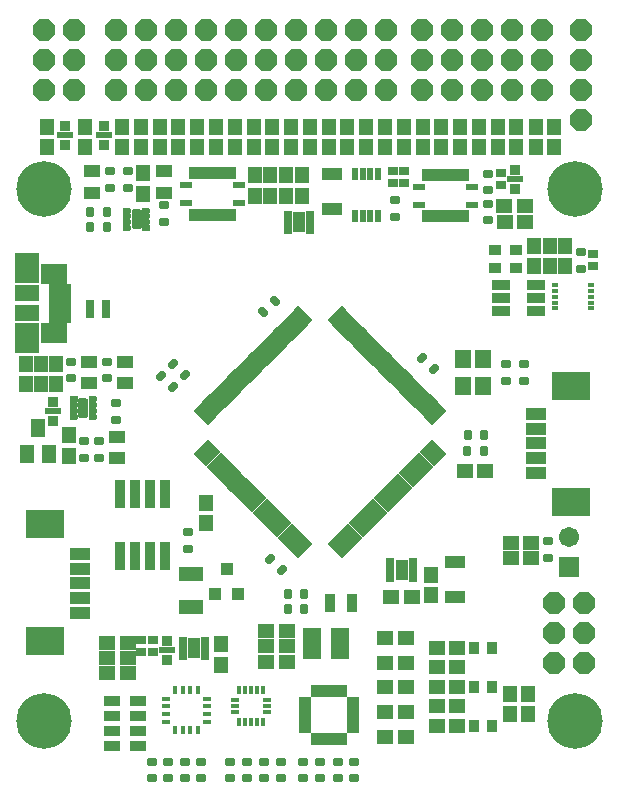
<source format=gts>
%FSLAX25Y25*%
%MOIN*%
G70*
G01*
G75*
G04 Layer_Color=8388736*
%ADD10C,0.01000*%
%ADD11C,0.02000*%
%ADD12C,0.01300*%
%ADD13C,0.01200*%
%ADD14C,0.01500*%
%ADD15C,0.03000*%
%ADD16C,0.02500*%
%ADD17R,0.06700X0.01800*%
%ADD18R,0.08300X0.05900*%
%ADD19R,0.07500X0.09400*%
%ADD20R,0.07500X0.04700*%
%ADD21R,0.05118X0.02756*%
G04:AMPARAMS|DCode=22|XSize=24mil|YSize=36mil|CornerRadius=6mil|HoleSize=0mil|Usage=FLASHONLY|Rotation=270.000|XOffset=0mil|YOffset=0mil|HoleType=Round|Shape=RoundedRectangle|*
%AMROUNDEDRECTD22*
21,1,0.02400,0.02400,0,0,270.0*
21,1,0.01200,0.03600,0,0,270.0*
1,1,0.01200,-0.01200,-0.00600*
1,1,0.01200,-0.01200,0.00600*
1,1,0.01200,0.01200,0.00600*
1,1,0.01200,0.01200,-0.00600*
%
%ADD22ROUNDEDRECTD22*%
%ADD23R,0.04400X0.02400*%
G04:AMPARAMS|DCode=24|XSize=24mil|YSize=36mil|CornerRadius=6mil|HoleSize=0mil|Usage=FLASHONLY|Rotation=180.000|XOffset=0mil|YOffset=0mil|HoleType=Round|Shape=RoundedRectangle|*
%AMROUNDEDRECTD24*
21,1,0.02400,0.02400,0,0,180.0*
21,1,0.01200,0.03600,0,0,180.0*
1,1,0.01200,-0.00600,0.01200*
1,1,0.01200,0.00600,0.01200*
1,1,0.01200,0.00600,-0.01200*
1,1,0.01200,-0.00600,-0.01200*
%
%ADD24ROUNDEDRECTD24*%
%ADD25R,0.01200X0.03200*%
%ADD26R,0.03200X0.01200*%
%ADD27R,0.04400X0.04000*%
%ADD28R,0.04000X0.04400*%
G04:AMPARAMS|DCode=29|XSize=24mil|YSize=36mil|CornerRadius=6mil|HoleSize=0mil|Usage=FLASHONLY|Rotation=135.000|XOffset=0mil|YOffset=0mil|HoleType=Round|Shape=RoundedRectangle|*
%AMROUNDEDRECTD29*
21,1,0.02400,0.02400,0,0,135.0*
21,1,0.01200,0.03600,0,0,135.0*
1,1,0.01200,0.00424,0.01273*
1,1,0.01200,0.01273,0.00424*
1,1,0.01200,-0.00424,-0.01273*
1,1,0.01200,-0.01273,-0.00424*
%
%ADD29ROUNDEDRECTD29*%
%ADD30R,0.02400X0.02000*%
%ADD31R,0.04800X0.03200*%
%ADD32R,0.01600X0.01600*%
%ADD33R,0.02400X0.02400*%
%ADD34R,0.06300X0.03600*%
%ADD35R,0.03600X0.06300*%
%ADD36R,0.02000X0.01200*%
%ADD37R,0.07100X0.04000*%
%ADD38R,0.03200X0.03600*%
G04:AMPARAMS|DCode=39|XSize=28mil|YSize=56mil|CornerRadius=5.6mil|HoleSize=0mil|Usage=FLASHONLY|Rotation=0.000|XOffset=0mil|YOffset=0mil|HoleType=Round|Shape=RoundedRectangle|*
%AMROUNDEDRECTD39*
21,1,0.02800,0.04480,0,0,0.0*
21,1,0.01680,0.05600,0,0,0.0*
1,1,0.01120,0.00840,-0.02240*
1,1,0.01120,-0.00840,-0.02240*
1,1,0.01120,-0.00840,0.02240*
1,1,0.01120,0.00840,0.02240*
%
%ADD39ROUNDEDRECTD39*%
G04:AMPARAMS|DCode=40|XSize=20mil|YSize=12mil|CornerRadius=2.4mil|HoleSize=0mil|Usage=FLASHONLY|Rotation=0.000|XOffset=0mil|YOffset=0mil|HoleType=Round|Shape=RoundedRectangle|*
%AMROUNDEDRECTD40*
21,1,0.02000,0.00720,0,0,0.0*
21,1,0.01520,0.01200,0,0,0.0*
1,1,0.00480,0.00760,-0.00360*
1,1,0.00480,-0.00760,-0.00360*
1,1,0.00480,-0.00760,0.00360*
1,1,0.00480,0.00760,0.00360*
%
%ADD40ROUNDEDRECTD40*%
%ADD41R,0.02000X0.01200*%
G04:AMPARAMS|DCode=42|XSize=24mil|YSize=36mil|CornerRadius=6mil|HoleSize=0mil|Usage=FLASHONLY|Rotation=225.000|XOffset=0mil|YOffset=0mil|HoleType=Round|Shape=RoundedRectangle|*
%AMROUNDEDRECTD42*
21,1,0.02400,0.02400,0,0,225.0*
21,1,0.01200,0.03600,0,0,225.0*
1,1,0.01200,-0.01273,0.00424*
1,1,0.01200,-0.00424,0.01273*
1,1,0.01200,0.01273,-0.00424*
1,1,0.01200,0.00424,-0.01273*
%
%ADD42ROUNDEDRECTD42*%
%ADD43R,0.01800X0.01200*%
%ADD44R,0.02400X0.03600*%
%ADD45R,0.04000X0.05600*%
%ADD46R,0.01200X0.02600*%
%ADD47R,0.02600X0.01200*%
%ADD48R,0.02800X0.05200*%
G04:AMPARAMS|DCode=49|XSize=60mil|YSize=12mil|CornerRadius=0mil|HoleSize=0mil|Usage=FLASHONLY|Rotation=225.000|XOffset=0mil|YOffset=0mil|HoleType=Round|Shape=Rectangle|*
%AMROTATEDRECTD49*
4,1,4,0.01697,0.02546,0.02546,0.01697,-0.01697,-0.02546,-0.02546,-0.01697,0.01697,0.02546,0.0*
%
%ADD49ROTATEDRECTD49*%

G04:AMPARAMS|DCode=50|XSize=12mil|YSize=60mil|CornerRadius=0mil|HoleSize=0mil|Usage=FLASHONLY|Rotation=225.000|XOffset=0mil|YOffset=0mil|HoleType=Round|Shape=Rectangle|*
%AMROTATEDRECTD50*
4,1,4,-0.01697,0.02546,0.02546,-0.01697,0.01697,-0.02546,-0.02546,0.01697,-0.01697,0.02546,0.0*
%
%ADD50ROTATEDRECTD50*%

G04:AMPARAMS|DCode=51|XSize=12mil|YSize=59.06mil|CornerRadius=0mil|HoleSize=0mil|Usage=FLASHONLY|Rotation=225.000|XOffset=0mil|YOffset=0mil|HoleType=Round|Shape=Rectangle|*
%AMROTATEDRECTD51*
4,1,4,-0.01664,0.02512,0.02512,-0.01664,0.01664,-0.02512,-0.02512,0.01664,-0.01664,0.02512,0.0*
%
%ADD51ROTATEDRECTD51*%

%ADD52R,0.06299X0.03150*%
%ADD53R,0.12205X0.08661*%
%ADD54R,0.05200X0.01700*%
%ADD55R,0.02400X0.08700*%
%ADD56R,0.01400X0.03400*%
%ADD57R,0.01200X0.03400*%
%ADD58R,0.03400X0.01200*%
%ADD59R,0.03600X0.02400*%
%ADD60R,0.01575X0.00984*%
%ADD61R,0.04800X0.05600*%
%ADD62C,0.01800*%
%ADD63C,0.05000*%
%ADD64R,0.07400X0.02047*%
%ADD65R,0.03900X0.03500*%
%ADD66R,0.07300X0.04400*%
%ADD67P,0.07036X8X22.5*%
%ADD68C,0.17716*%
%ADD69R,0.01800X0.01800*%
%ADD70R,0.05906X0.05906*%
%ADD71C,0.05906*%
%ADD72P,0.07036X8X112.5*%
%ADD73C,0.02000*%
%ADD74C,0.02200*%
%ADD75C,0.02500*%
%ADD76C,0.04000*%
%ADD77C,0.02300*%
%ADD78C,0.03000*%
%ADD79C,0.04000*%
G04:AMPARAMS|DCode=80|XSize=40mil|YSize=40mil|CornerRadius=20mil|HoleSize=0mil|Usage=FLASHONLY|Rotation=0.000|XOffset=0mil|YOffset=0mil|HoleType=Round|Shape=RoundedRectangle|*
%AMROUNDEDRECTD80*
21,1,0.04000,0.00000,0,0,0.0*
21,1,0.00000,0.04000,0,0,0.0*
1,1,0.04000,0.00000,0.00000*
1,1,0.04000,0.00000,0.00000*
1,1,0.04000,0.00000,0.00000*
1,1,0.04000,0.00000,0.00000*
%
%ADD80ROUNDEDRECTD80*%
G04:AMPARAMS|DCode=81|XSize=40mil|YSize=40mil|CornerRadius=20mil|HoleSize=0mil|Usage=FLASHONLY|Rotation=270.000|XOffset=0mil|YOffset=0mil|HoleType=Round|Shape=RoundedRectangle|*
%AMROUNDEDRECTD81*
21,1,0.04000,0.00000,0,0,270.0*
21,1,0.00000,0.04000,0,0,270.0*
1,1,0.04000,0.00000,0.00000*
1,1,0.04000,0.00000,0.00000*
1,1,0.04000,0.00000,0.00000*
1,1,0.04000,0.00000,0.00000*
%
%ADD81ROUNDEDRECTD81*%
%ADD82R,0.02362X0.09843*%
%ADD83R,0.02400X0.03200*%
%ADD84R,0.03600X0.06300*%
%ADD85R,0.01400X0.07800*%
%ADD86R,0.05600X0.07500*%
%ADD87R,0.07100X0.05600*%
%ADD88R,0.03200X0.06000*%
%ADD89C,0.03500*%
%ADD90C,0.00400*%
%ADD91C,0.00600*%
%ADD92C,0.00800*%
%ADD93C,0.00500*%
%ADD94C,0.00984*%
%ADD95C,0.06300*%
%ADD96C,0.00787*%
%ADD97C,0.00591*%
%ADD98C,0.00700*%
%ADD99R,0.01800X0.03000*%
%ADD100R,0.03000X0.01800*%
%ADD101R,0.02376X0.04559*%
%ADD102C,0.03937*%
%ADD103R,0.07500X0.02600*%
%ADD104R,0.09100X0.06700*%
%ADD105R,0.08300X0.10200*%
%ADD106R,0.08300X0.05500*%
%ADD107R,0.05918X0.03556*%
%ADD108R,0.05200X0.03200*%
%ADD109R,0.02000X0.04000*%
%ADD110R,0.04000X0.02000*%
%ADD111R,0.05200X0.04800*%
%ADD112R,0.04800X0.05200*%
%ADD113R,0.03200X0.02800*%
%ADD114R,0.05600X0.04000*%
%ADD115R,0.03200X0.03200*%
%ADD116R,0.07100X0.04400*%
%ADD117R,0.04400X0.07100*%
%ADD118R,0.02800X0.02000*%
%ADD119R,0.07900X0.04800*%
%ADD120R,0.04000X0.04400*%
G04:AMPARAMS|DCode=121|XSize=36mil|YSize=64mil|CornerRadius=7.2mil|HoleSize=0mil|Usage=FLASHONLY|Rotation=0.000|XOffset=0mil|YOffset=0mil|HoleType=Round|Shape=RoundedRectangle|*
%AMROUNDEDRECTD121*
21,1,0.03600,0.04960,0,0,0.0*
21,1,0.02160,0.06400,0,0,0.0*
1,1,0.01440,0.01080,-0.02480*
1,1,0.01440,-0.01080,-0.02480*
1,1,0.01440,-0.01080,0.02480*
1,1,0.01440,0.01080,0.02480*
%
%ADD121ROUNDEDRECTD121*%
G04:AMPARAMS|DCode=122|XSize=28mil|YSize=20mil|CornerRadius=4mil|HoleSize=0mil|Usage=FLASHONLY|Rotation=0.000|XOffset=0mil|YOffset=0mil|HoleType=Round|Shape=RoundedRectangle|*
%AMROUNDEDRECTD122*
21,1,0.02800,0.01200,0,0,0.0*
21,1,0.02000,0.02000,0,0,0.0*
1,1,0.00800,0.01000,-0.00600*
1,1,0.00800,-0.01000,-0.00600*
1,1,0.00800,-0.01000,0.00600*
1,1,0.00800,0.01000,0.00600*
%
%ADD122ROUNDEDRECTD122*%
%ADD123R,0.02800X0.02000*%
%ADD124R,0.02600X0.02000*%
%ADD125R,0.03200X0.04400*%
%ADD126R,0.04800X0.06400*%
%ADD127R,0.03600X0.06000*%
G04:AMPARAMS|DCode=128|XSize=68mil|YSize=20mil|CornerRadius=0mil|HoleSize=0mil|Usage=FLASHONLY|Rotation=225.000|XOffset=0mil|YOffset=0mil|HoleType=Round|Shape=Rectangle|*
%AMROTATEDRECTD128*
4,1,4,0.01697,0.03111,0.03111,0.01697,-0.01697,-0.03111,-0.03111,-0.01697,0.01697,0.03111,0.0*
%
%ADD128ROTATEDRECTD128*%

G04:AMPARAMS|DCode=129|XSize=20mil|YSize=68mil|CornerRadius=0mil|HoleSize=0mil|Usage=FLASHONLY|Rotation=225.000|XOffset=0mil|YOffset=0mil|HoleType=Round|Shape=Rectangle|*
%AMROTATEDRECTD129*
4,1,4,-0.01697,0.03111,0.03111,-0.01697,0.01697,-0.03111,-0.03111,0.01697,-0.01697,0.03111,0.0*
%
%ADD129ROTATEDRECTD129*%

G04:AMPARAMS|DCode=130|XSize=20mil|YSize=67.06mil|CornerRadius=0mil|HoleSize=0mil|Usage=FLASHONLY|Rotation=225.000|XOffset=0mil|YOffset=0mil|HoleType=Round|Shape=Rectangle|*
%AMROTATEDRECTD130*
4,1,4,-0.01664,0.03078,0.03078,-0.01664,0.01664,-0.03078,-0.03078,0.01664,-0.01664,0.03078,0.0*
%
%ADD130ROTATEDRECTD130*%

%ADD131R,0.07099X0.03950*%
%ADD132R,0.13005X0.09461*%
%ADD133R,0.06000X0.02500*%
%ADD134R,0.03200X0.09500*%
%ADD135R,0.02200X0.04200*%
%ADD136R,0.02000X0.04200*%
%ADD137R,0.04200X0.02000*%
%ADD138R,0.04400X0.03200*%
%ADD139R,0.02375X0.01784*%
%ADD140R,0.05600X0.06400*%
%ADD141P,0.07902X8X22.5*%
%ADD142C,0.18517*%
%ADD143R,0.02600X0.02600*%
%ADD144R,0.06706X0.06706*%
%ADD145C,0.06706*%
%ADD146P,0.07902X8X112.5*%
D22*
X-134500Y21256D02*
D03*
Y15744D02*
D03*
X-146000Y21256D02*
D03*
Y15744D02*
D03*
X-151500Y21256D02*
D03*
Y15744D02*
D03*
X-159000Y21256D02*
D03*
Y15744D02*
D03*
X-196500Y21256D02*
D03*
Y15744D02*
D03*
X-191000Y21256D02*
D03*
Y15744D02*
D03*
X-59100Y185544D02*
D03*
Y191056D02*
D03*
X-219600Y128025D02*
D03*
Y122513D02*
D03*
X-190000Y92244D02*
D03*
Y97756D02*
D03*
X-78000Y148244D02*
D03*
Y153756D02*
D03*
X-84000Y148244D02*
D03*
Y153756D02*
D03*
X-121000Y202844D02*
D03*
Y208356D02*
D03*
X-90000Y207156D02*
D03*
Y201644D02*
D03*
Y211644D02*
D03*
Y217156D02*
D03*
X-198000Y206756D02*
D03*
Y201244D02*
D03*
X-229000Y154630D02*
D03*
Y149118D02*
D03*
X-214000Y135244D02*
D03*
Y140756D02*
D03*
X-224600Y128025D02*
D03*
Y122513D02*
D03*
X-217000Y149044D02*
D03*
Y154556D02*
D03*
X-176000Y21256D02*
D03*
Y15744D02*
D03*
X-170333Y21256D02*
D03*
Y15744D02*
D03*
X-164667Y21256D02*
D03*
Y15744D02*
D03*
X-140000Y21256D02*
D03*
Y15744D02*
D03*
X-185500Y21256D02*
D03*
Y15744D02*
D03*
X-202000Y21256D02*
D03*
Y15744D02*
D03*
X-216077Y212544D02*
D03*
Y218056D02*
D03*
X-210000Y212544D02*
D03*
Y218056D02*
D03*
X-70000Y89213D02*
D03*
Y94725D02*
D03*
D24*
X-151244Y72000D02*
D03*
X-156756D02*
D03*
X-151244Y77000D02*
D03*
X-156756D02*
D03*
X-91342Y124831D02*
D03*
X-96854D02*
D03*
X-96756Y130000D02*
D03*
X-91244D02*
D03*
X-217144Y199300D02*
D03*
X-222656D02*
D03*
X-217144Y204300D02*
D03*
X-222656D02*
D03*
D29*
X-191051Y150051D02*
D03*
X-194949Y153949D02*
D03*
X-162549Y88949D02*
D03*
X-158651Y85051D02*
D03*
X-195051Y146051D02*
D03*
X-198949Y149949D02*
D03*
X-111949Y155949D02*
D03*
X-108051Y152051D02*
D03*
D33*
X-233400Y138074D02*
D03*
X-236575D02*
D03*
X-198600Y58361D02*
D03*
X-195425D02*
D03*
X-82600Y215400D02*
D03*
X-79425D02*
D03*
X-229400Y230000D02*
D03*
X-232575D02*
D03*
X-216400D02*
D03*
X-219575D02*
D03*
X-235000Y138074D02*
D03*
X-197000Y58361D02*
D03*
X-81000Y215400D02*
D03*
X-231000Y230000D02*
D03*
X-218000D02*
D03*
D42*
X-161051Y174949D02*
D03*
X-164949Y171051D02*
D03*
D46*
X-173000Y34433D02*
D03*
X-171000Y34433D02*
D03*
X-169000D02*
D03*
X-167032D02*
D03*
X-165063D02*
D03*
Y45227D02*
D03*
X-167032D02*
D03*
X-169000D02*
D03*
X-171000D02*
D03*
X-173000Y45227D02*
D03*
X-186661Y31760D02*
D03*
X-189220D02*
D03*
X-191780D02*
D03*
X-194339D02*
D03*
Y45146D02*
D03*
X-191780D02*
D03*
X-189220D02*
D03*
X-186661D02*
D03*
D47*
X-163606Y37858D02*
D03*
Y39827D02*
D03*
Y41827D02*
D03*
X-174400D02*
D03*
Y39827D02*
D03*
Y37858D02*
D03*
X-197193Y34614D02*
D03*
Y37173D02*
D03*
Y39732D02*
D03*
X-197193Y42291D02*
D03*
X-183807D02*
D03*
Y39732D02*
D03*
Y37173D02*
D03*
Y34614D02*
D03*
D102*
X-232432Y37618D02*
X-232950Y38474D01*
X-233598Y39236D01*
X-234360Y39885D01*
X-235216Y40402D01*
Y29267D02*
X-234360Y29785D01*
X-233598Y30433D01*
X-232950Y31195D01*
X-232432Y32051D01*
X-243568D02*
X-243050Y31195D01*
X-242402Y30433D01*
X-241640Y29785D01*
X-240784Y29267D01*
Y40402D02*
X-241640Y39885D01*
X-242402Y39236D01*
X-243050Y38474D01*
X-243568Y37618D01*
X-63618Y40402D02*
X-64474Y39885D01*
X-65236Y39236D01*
X-65885Y38474D01*
X-66402Y37618D01*
Y32051D02*
X-65885Y31195D01*
X-65236Y30433D01*
X-64474Y29785D01*
X-63618Y29267D01*
X-58051D02*
X-57195Y29785D01*
X-56433Y30433D01*
X-55785Y31195D01*
X-55267Y32051D01*
Y37618D02*
X-55785Y38474D01*
X-56433Y39236D01*
X-57195Y39885D01*
X-58051Y40402D01*
X-55267Y214784D02*
X-55785Y215640D01*
X-56433Y216402D01*
X-57195Y217050D01*
X-58051Y217568D01*
Y206432D02*
X-57195Y206950D01*
X-56433Y207598D01*
X-55785Y208360D01*
X-55267Y209216D01*
X-66402D02*
X-65885Y208360D01*
X-65236Y207598D01*
X-64474Y206950D01*
X-63618Y206432D01*
Y217568D02*
X-64474Y217050D01*
X-65236Y216402D01*
X-65885Y215640D01*
X-66402Y214784D01*
X-240784Y217568D02*
X-241640Y217050D01*
X-242402Y216402D01*
X-243050Y215640D01*
X-243568Y214784D01*
Y209216D02*
X-243050Y208360D01*
X-242402Y207598D01*
X-241640Y206950D01*
X-240784Y206432D01*
X-235216D02*
X-234360Y206950D01*
X-233598Y207598D01*
X-232950Y208360D01*
X-232432Y209216D01*
Y214784D02*
X-232950Y215640D01*
X-233598Y216402D01*
X-234360Y217050D01*
X-235216Y217568D01*
D103*
X-232500Y174000D02*
D03*
Y176600D02*
D03*
Y171441D02*
D03*
Y168882D02*
D03*
Y179200D02*
D03*
D104*
X-234500Y183900D02*
D03*
Y164157D02*
D03*
D105*
X-243600Y185700D02*
D03*
Y162386D02*
D03*
D106*
Y170703D02*
D03*
Y177300D02*
D03*
D107*
X-74061Y179982D02*
D03*
Y175651D02*
D03*
Y171320D02*
D03*
X-85676Y179982D02*
D03*
Y175651D02*
D03*
Y171320D02*
D03*
D03*
D108*
X-206669Y26600D02*
D03*
Y31500D02*
D03*
Y36461D02*
D03*
Y41382D02*
D03*
X-215400D02*
D03*
Y36461D02*
D03*
Y31500D02*
D03*
Y26600D02*
D03*
D109*
X-138000Y44727D02*
D03*
X-140000D02*
D03*
X-142000D02*
D03*
X-143984D02*
D03*
X-145953D02*
D03*
X-147921D02*
D03*
Y28953D02*
D03*
X-145953D02*
D03*
X-143984D02*
D03*
X-142000D02*
D03*
X-140000D02*
D03*
X-138000D02*
D03*
D110*
X-150874Y41774D02*
D03*
Y39806D02*
D03*
Y37837D02*
D03*
Y35853D02*
D03*
Y33853D02*
D03*
Y31853D02*
D03*
X-135100D02*
D03*
Y33853D02*
D03*
Y35853D02*
D03*
Y37837D02*
D03*
Y39806D02*
D03*
Y41774D02*
D03*
D111*
X-163846Y54500D02*
D03*
X-157100D02*
D03*
X-157154Y64873D02*
D03*
X-163900D02*
D03*
X-163846Y59686D02*
D03*
X-157100D02*
D03*
X-122165Y76216D02*
D03*
X-115419D02*
D03*
X-210154Y55761D02*
D03*
X-216900D02*
D03*
X-216846Y50761D02*
D03*
X-210100D02*
D03*
X-124197Y29500D02*
D03*
X-117450D02*
D03*
X-124197Y37750D02*
D03*
X-117450D02*
D03*
X-124197Y46000D02*
D03*
X-117450D02*
D03*
X-124197Y54250D02*
D03*
X-117450D02*
D03*
X-124197Y62500D02*
D03*
X-117450D02*
D03*
X-77653Y201000D02*
D03*
X-84400D02*
D03*
X-106945Y39700D02*
D03*
X-100198D02*
D03*
X-106945Y52700D02*
D03*
X-100198D02*
D03*
X-106945Y46200D02*
D03*
X-100198D02*
D03*
X-106945Y33200D02*
D03*
X-100198D02*
D03*
X-106945Y59200D02*
D03*
X-100198D02*
D03*
X-216846Y60761D02*
D03*
X-210100D02*
D03*
X-77754Y206500D02*
D03*
X-84500D02*
D03*
X-90952Y118031D02*
D03*
X-97698D02*
D03*
X-82346Y93969D02*
D03*
X-75600D02*
D03*
X-82346Y88969D02*
D03*
X-75600D02*
D03*
D112*
X-229600Y123223D02*
D03*
Y129969D02*
D03*
X-243900Y147153D02*
D03*
Y153900D02*
D03*
X-184046Y100654D02*
D03*
Y107400D02*
D03*
X-167600Y209954D02*
D03*
Y216700D02*
D03*
X-162600Y216646D02*
D03*
Y209900D02*
D03*
X-157400Y216646D02*
D03*
Y209900D02*
D03*
X-109000Y76654D02*
D03*
Y83400D02*
D03*
X-179000Y60346D02*
D03*
Y53600D02*
D03*
X-234000Y147153D02*
D03*
Y153900D02*
D03*
X-238900Y147153D02*
D03*
Y153900D02*
D03*
X-149371Y226154D02*
D03*
Y232900D02*
D03*
X-143111Y226154D02*
D03*
Y232900D02*
D03*
X-82576Y37150D02*
D03*
Y43896D02*
D03*
X-136852Y226154D02*
D03*
Y232900D02*
D03*
X-68000Y232846D02*
D03*
Y226100D02*
D03*
X-86778Y226154D02*
D03*
Y232900D02*
D03*
X-93037Y226154D02*
D03*
Y232900D02*
D03*
X-99296Y226154D02*
D03*
Y232900D02*
D03*
X-111815Y226154D02*
D03*
Y232900D02*
D03*
X-80519Y232846D02*
D03*
Y226100D02*
D03*
X-118074Y226154D02*
D03*
Y232900D02*
D03*
X-76500Y43843D02*
D03*
Y37096D02*
D03*
X-155630Y226154D02*
D03*
Y232900D02*
D03*
X-161889Y226154D02*
D03*
Y232900D02*
D03*
X-168148Y226154D02*
D03*
Y232900D02*
D03*
X-174407Y226154D02*
D03*
Y232900D02*
D03*
X-186926Y226154D02*
D03*
Y232900D02*
D03*
X-193185Y226154D02*
D03*
Y232900D02*
D03*
X-199444Y226154D02*
D03*
Y232900D02*
D03*
X-237000Y226154D02*
D03*
Y232900D02*
D03*
X-224482Y226154D02*
D03*
Y232900D02*
D03*
X-211963Y226154D02*
D03*
Y232900D02*
D03*
X-205704Y226154D02*
D03*
Y232900D02*
D03*
X-180667Y226154D02*
D03*
Y232900D02*
D03*
X-105556Y226154D02*
D03*
Y232900D02*
D03*
X-124334Y226154D02*
D03*
Y232900D02*
D03*
X-130593Y226154D02*
D03*
Y232900D02*
D03*
X-74000Y232846D02*
D03*
Y226100D02*
D03*
X-205000Y217347D02*
D03*
Y210600D02*
D03*
X-152000Y209954D02*
D03*
Y216700D02*
D03*
X-69200Y193146D02*
D03*
Y186400D02*
D03*
X-74700Y193046D02*
D03*
Y186300D02*
D03*
X-64200Y186454D02*
D03*
Y193200D02*
D03*
D113*
X-55100Y186332D02*
D03*
Y190300D02*
D03*
X-201500Y57793D02*
D03*
Y61761D02*
D03*
X-205500Y57793D02*
D03*
Y61761D02*
D03*
X-85600Y213531D02*
D03*
Y217500D02*
D03*
X-121500Y214131D02*
D03*
Y218100D02*
D03*
X-118000Y214032D02*
D03*
Y218000D02*
D03*
D114*
X-223000Y147457D02*
D03*
Y154600D02*
D03*
X-213600Y122469D02*
D03*
Y129613D02*
D03*
X-211000Y154600D02*
D03*
Y147457D02*
D03*
X-222000Y218100D02*
D03*
Y210957D02*
D03*
X-198000Y218100D02*
D03*
Y210957D02*
D03*
D115*
X-235000Y134874D02*
D03*
Y141224D02*
D03*
X-197000Y61561D02*
D03*
Y55212D02*
D03*
X-81000Y218600D02*
D03*
Y212250D02*
D03*
X-231000Y226800D02*
D03*
Y233150D02*
D03*
X-218000Y226800D02*
D03*
Y233150D02*
D03*
D116*
X-101000Y87709D02*
D03*
Y76200D02*
D03*
X-142000Y205591D02*
D03*
Y217100D02*
D03*
D117*
X-118819Y85216D02*
D03*
X-188000Y59000D02*
D03*
X-153000Y201000D02*
D03*
D118*
X-122559Y88168D02*
D03*
Y86200D02*
D03*
Y84216D02*
D03*
Y82216D02*
D03*
X-115019D02*
D03*
Y84216D02*
D03*
Y86200D02*
D03*
Y88168D02*
D03*
X-191740Y61953D02*
D03*
Y59984D02*
D03*
Y58000D02*
D03*
Y56000D02*
D03*
X-184200D02*
D03*
Y58000D02*
D03*
Y59984D02*
D03*
Y61953D02*
D03*
X-156740Y203953D02*
D03*
Y201984D02*
D03*
Y200000D02*
D03*
Y198000D02*
D03*
X-149200D02*
D03*
Y200000D02*
D03*
Y201984D02*
D03*
Y203953D02*
D03*
D119*
X-189000Y83812D02*
D03*
Y72700D02*
D03*
D120*
X-180840Y77271D02*
D03*
X-173300D02*
D03*
X-177100Y85608D02*
D03*
D121*
X-225000Y139000D02*
D03*
X-207000Y202000D02*
D03*
D122*
X-221800Y142000D02*
D03*
Y140000D02*
D03*
Y138016D02*
D03*
Y136047D02*
D03*
X-228150D02*
D03*
Y138016D02*
D03*
Y140000D02*
D03*
X-210200Y199000D02*
D03*
Y201000D02*
D03*
Y202984D02*
D03*
Y204953D02*
D03*
X-203850D02*
D03*
Y202984D02*
D03*
Y201000D02*
D03*
D123*
X-228150Y142000D02*
D03*
X-203850Y199000D02*
D03*
D124*
X-217300Y173968D02*
D03*
Y172000D02*
D03*
Y170000D02*
D03*
X-222657Y172000D02*
D03*
Y173968D02*
D03*
Y170000D02*
D03*
D125*
X-94551Y33200D02*
D03*
X-88598D02*
D03*
X-94551Y46200D02*
D03*
X-88598D02*
D03*
X-94551Y59200D02*
D03*
X-88598D02*
D03*
D126*
X-243740Y123669D02*
D03*
X-236200D02*
D03*
X-240000Y132400D02*
D03*
D127*
X-135260Y74000D02*
D03*
X-142800D02*
D03*
D128*
X-106971Y136513D02*
D03*
X-108385Y137927D02*
D03*
X-109799Y139341D02*
D03*
X-111142Y140685D02*
D03*
X-112557Y142099D02*
D03*
X-113971Y143513D02*
D03*
X-115314Y144857D02*
D03*
X-116728Y146271D02*
D03*
X-118143Y147685D02*
D03*
X-119486Y149028D02*
D03*
X-120900Y150443D02*
D03*
X-122315Y151857D02*
D03*
X-123729Y153271D02*
D03*
X-125121Y154663D02*
D03*
X-126513Y156055D02*
D03*
X-127905Y157447D02*
D03*
X-129297Y158839D02*
D03*
X-130689Y160231D02*
D03*
X-132081Y161623D02*
D03*
X-133473Y163015D02*
D03*
X-134865Y164407D02*
D03*
X-136256Y165799D02*
D03*
X-137648Y167191D02*
D03*
X-139040Y168582D02*
D03*
X-140432Y169975D02*
D03*
X-184977Y125430D02*
D03*
X-183585Y124038D02*
D03*
X-182193Y122646D02*
D03*
X-180801Y121254D02*
D03*
X-179409Y119862D02*
D03*
X-178017Y118470D02*
D03*
X-176626Y117078D02*
D03*
X-175234Y115686D02*
D03*
X-173842Y114294D02*
D03*
X-172450Y112902D02*
D03*
X-171058Y111510D02*
D03*
X-169666Y110118D02*
D03*
X-168274Y108726D02*
D03*
X-166860Y107312D02*
D03*
X-165445Y105898D02*
D03*
X-164031Y104483D02*
D03*
X-162688Y103140D02*
D03*
X-161273Y101726D02*
D03*
X-159859Y100312D02*
D03*
X-158516Y98968D02*
D03*
X-157102Y97554D02*
D03*
X-155687Y96140D02*
D03*
X-154344Y94796D02*
D03*
X-152930Y93382D02*
D03*
X-151515Y91968D02*
D03*
D129*
X-151568Y169975D02*
D03*
X-152960Y168583D02*
D03*
X-154352Y167191D02*
D03*
X-155744Y165799D02*
D03*
X-157136Y164407D02*
D03*
X-158528Y163015D02*
D03*
X-159920Y161623D02*
D03*
X-161311Y160231D02*
D03*
X-162703Y158839D02*
D03*
X-164095Y157447D02*
D03*
X-165487Y156055D02*
D03*
X-166879Y154663D02*
D03*
X-168271Y153271D02*
D03*
X-169685Y151857D02*
D03*
X-171099Y150443D02*
D03*
X-172514Y149029D02*
D03*
X-173857Y147685D02*
D03*
X-176686Y144857D02*
D03*
X-178029Y143513D02*
D03*
X-179443Y142099D02*
D03*
X-180858Y140685D02*
D03*
X-182201Y139341D02*
D03*
X-183615Y137927D02*
D03*
X-185029Y136513D02*
D03*
X-140484Y91968D02*
D03*
X-139070Y93382D02*
D03*
X-137656Y94796D02*
D03*
X-136313Y96140D02*
D03*
X-134898Y97554D02*
D03*
X-133484Y98968D02*
D03*
X-132141Y100312D02*
D03*
X-130726Y101726D02*
D03*
X-129312Y103140D02*
D03*
X-127969Y104483D02*
D03*
X-126555Y105898D02*
D03*
X-125140Y107312D02*
D03*
X-123726Y108726D02*
D03*
X-122334Y110118D02*
D03*
X-120942Y111510D02*
D03*
X-119550Y112902D02*
D03*
X-118158Y114294D02*
D03*
X-116766Y115686D02*
D03*
X-115374Y117078D02*
D03*
X-113982Y118470D02*
D03*
X-112591Y119862D02*
D03*
X-111198Y121254D02*
D03*
X-109807Y122646D02*
D03*
X-108415Y124038D02*
D03*
X-107023Y125429D02*
D03*
D130*
X-175272Y146270D02*
D03*
D131*
X-74000Y117473D02*
D03*
Y122394D02*
D03*
Y127315D02*
D03*
Y132236D02*
D03*
Y137157D02*
D03*
X-226000Y90528D02*
D03*
Y85606D02*
D03*
Y80685D02*
D03*
Y75764D02*
D03*
Y70843D02*
D03*
D132*
X-62200Y107699D02*
D03*
X-62189Y146409D02*
D03*
X-237800Y100301D02*
D03*
X-237811Y61591D02*
D03*
D133*
X-148700Y56661D02*
D03*
Y59220D02*
D03*
Y61800D02*
D03*
Y64400D02*
D03*
X-139374D02*
D03*
Y61800D02*
D03*
Y59220D02*
D03*
Y56661D02*
D03*
D134*
X-212500Y110300D02*
D03*
X-207500D02*
D03*
X-202500D02*
D03*
X-197500D02*
D03*
Y89700D02*
D03*
X-202500D02*
D03*
X-207500D02*
D03*
X-212500D02*
D03*
D135*
X-126661Y203100D02*
D03*
Y217088D02*
D03*
X-134400D02*
D03*
X-131800D02*
D03*
X-134400Y203100D02*
D03*
X-131800D02*
D03*
X-129220Y217088D02*
D03*
Y203100D02*
D03*
D136*
X-188800Y203510D02*
D03*
X-186900D02*
D03*
X-184900D02*
D03*
X-182900D02*
D03*
X-180916D02*
D03*
X-178947D02*
D03*
X-176979D02*
D03*
X-175010D02*
D03*
Y217300D02*
D03*
X-176979D02*
D03*
X-178947D02*
D03*
X-180916D02*
D03*
X-182900D02*
D03*
X-184900D02*
D03*
X-186900D02*
D03*
X-188800D02*
D03*
X-110976Y203006D02*
D03*
X-109076D02*
D03*
X-107076D02*
D03*
X-105076D02*
D03*
X-103092D02*
D03*
X-101123D02*
D03*
X-99155D02*
D03*
X-97186D02*
D03*
Y216796D02*
D03*
X-99155D02*
D03*
X-101123D02*
D03*
X-103092D02*
D03*
X-105076D02*
D03*
X-107076D02*
D03*
X-109076D02*
D03*
X-110976D02*
D03*
D137*
X-173042Y207447D02*
D03*
Y213400D02*
D03*
X-190800D02*
D03*
Y207447D02*
D03*
X-95218Y206943D02*
D03*
Y212896D02*
D03*
X-112976D02*
D03*
Y206943D02*
D03*
D138*
X-87700Y191653D02*
D03*
Y185700D02*
D03*
X-80700Y185747D02*
D03*
Y191700D02*
D03*
D139*
X-55500Y172300D02*
D03*
Y174268D02*
D03*
Y176237D02*
D03*
Y178206D02*
D03*
Y180174D02*
D03*
X-67563D02*
D03*
Y178206D02*
D03*
Y176237D02*
D03*
Y174268D02*
D03*
Y172300D02*
D03*
D140*
X-98346Y146600D02*
D03*
Y155331D02*
D03*
X-91600Y146600D02*
D03*
Y155331D02*
D03*
D141*
X-102000Y245000D02*
D03*
Y255000D02*
D03*
Y265000D02*
D03*
X-82000Y245000D02*
D03*
X-92000D02*
D03*
Y255000D02*
D03*
X-82000D02*
D03*
X-92000Y265000D02*
D03*
X-82000D02*
D03*
X-72000D02*
D03*
Y255000D02*
D03*
Y245000D02*
D03*
X-134000Y265000D02*
D03*
X-144000D02*
D03*
X-154000D02*
D03*
X-164000D02*
D03*
X-174000D02*
D03*
X-184000D02*
D03*
X-194000D02*
D03*
X-204000D02*
D03*
X-214000D02*
D03*
X-134000Y255000D02*
D03*
X-144000D02*
D03*
X-154000D02*
D03*
X-164000D02*
D03*
X-174000D02*
D03*
X-184000D02*
D03*
X-194000D02*
D03*
X-204000D02*
D03*
X-214000D02*
D03*
Y245000D02*
D03*
X-204000D02*
D03*
X-194000D02*
D03*
X-184000D02*
D03*
X-174000D02*
D03*
X-164000D02*
D03*
X-154000D02*
D03*
X-144000D02*
D03*
X-134000D02*
D03*
X-68000Y74000D02*
D03*
Y64000D02*
D03*
Y54000D02*
D03*
X-58000D02*
D03*
Y64000D02*
D03*
Y74000D02*
D03*
X-228000Y245000D02*
D03*
X-238000D02*
D03*
Y255000D02*
D03*
X-228000D02*
D03*
X-238000Y265000D02*
D03*
X-228000D02*
D03*
X-124000D02*
D03*
Y255000D02*
D03*
Y245000D02*
D03*
X-112000Y245000D02*
D03*
Y255000D02*
D03*
Y265000D02*
D03*
D142*
X-238000Y34835D02*
D03*
X-60835D02*
D03*
Y212000D02*
D03*
X-238000D02*
D03*
D143*
X-118819Y86790D02*
D03*
Y83616D02*
D03*
X-188000Y60575D02*
D03*
Y57400D02*
D03*
X-153000Y202575D02*
D03*
Y199400D02*
D03*
D144*
X-63000Y86000D02*
D03*
D145*
Y96000D02*
D03*
D146*
X-59000Y235000D02*
D03*
Y255000D02*
D03*
Y245000D02*
D03*
Y265000D02*
D03*
M02*

</source>
